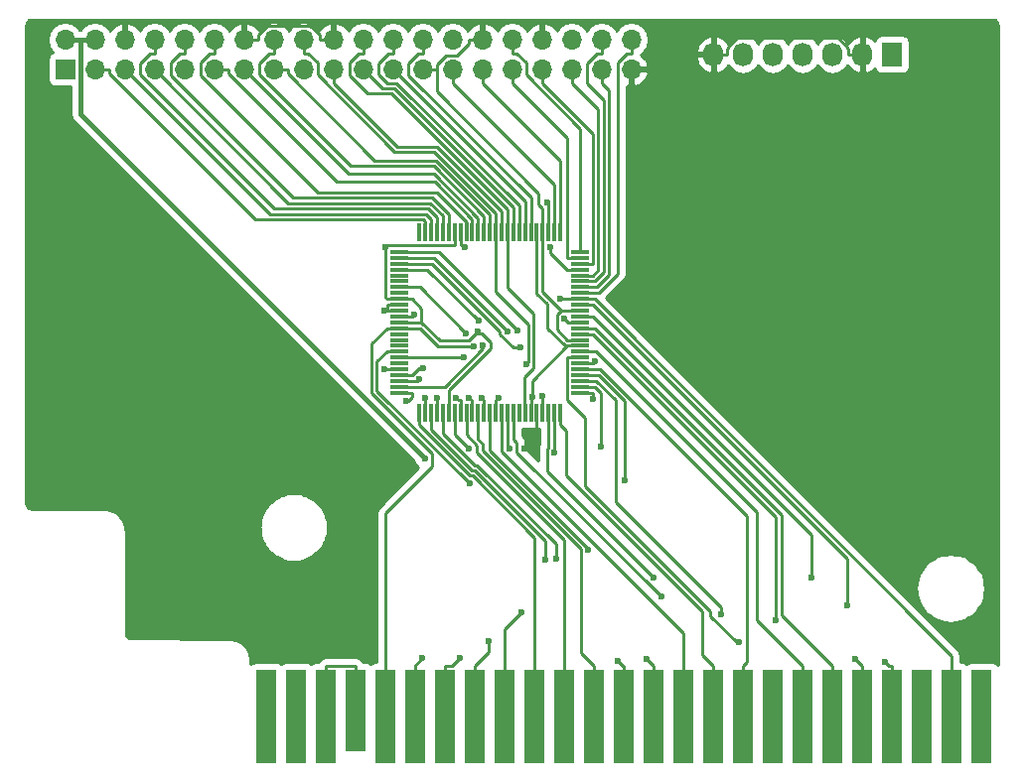
<source format=gbr>
G04 #@! TF.FileFunction,Copper,L1,Top,Mixed*
%FSLAX46Y46*%
G04 Gerber Fmt 4.6, Leading zero omitted, Abs format (unit mm)*
G04 Created by KiCad (PCBNEW 4.0.7) date 09/11/18 07:06:58*
%MOMM*%
%LPD*%
G01*
G04 APERTURE LIST*
%ADD10C,0.100000*%
%ADD11R,1.500000X0.300000*%
%ADD12R,0.300000X1.500000*%
%ADD13R,1.727200X2.032000*%
%ADD14O,1.727200X2.032000*%
%ADD15R,1.800000X8.000000*%
%ADD16R,1.800000X7.000000*%
%ADD17R,1.700000X1.700000*%
%ADD18O,1.700000X1.700000*%
%ADD19C,0.600000*%
%ADD20C,0.250000*%
%ADD21C,0.400000*%
%ADD22C,0.254000*%
G04 APERTURE END LIST*
D10*
D11*
X138350000Y-70200000D03*
X138350000Y-70700000D03*
X138350000Y-71200000D03*
X138350000Y-71700000D03*
X138350000Y-72200000D03*
X138350000Y-72700000D03*
X138350000Y-73200000D03*
X138350000Y-73700000D03*
X138350000Y-74200000D03*
X138350000Y-74700000D03*
X138350000Y-75200000D03*
X138350000Y-75700000D03*
X138350000Y-76200000D03*
X138350000Y-76700000D03*
X138350000Y-77200000D03*
X138350000Y-77700000D03*
X138350000Y-78200000D03*
X138350000Y-78700000D03*
X138350000Y-79200000D03*
X138350000Y-79700000D03*
X138350000Y-80200000D03*
X138350000Y-80700000D03*
X138350000Y-81200000D03*
X138350000Y-81700000D03*
X138350000Y-82200000D03*
D12*
X140050000Y-83900000D03*
X140550000Y-83900000D03*
X141050000Y-83900000D03*
X141550000Y-83900000D03*
X142050000Y-83900000D03*
X142550000Y-83900000D03*
X143050000Y-83900000D03*
X143550000Y-83900000D03*
X144050000Y-83900000D03*
X144550000Y-83900000D03*
X145050000Y-83900000D03*
X145550000Y-83900000D03*
X146050000Y-83900000D03*
X146550000Y-83900000D03*
X147050000Y-83900000D03*
X147550000Y-83900000D03*
X148050000Y-83900000D03*
X148550000Y-83900000D03*
X149050000Y-83900000D03*
X149550000Y-83900000D03*
X150050000Y-83900000D03*
X150550000Y-83900000D03*
X151050000Y-83900000D03*
X151550000Y-83900000D03*
X152050000Y-83900000D03*
D11*
X153750000Y-82200000D03*
X153750000Y-81700000D03*
X153750000Y-81200000D03*
X153750000Y-80700000D03*
X153750000Y-80200000D03*
X153750000Y-79700000D03*
X153750000Y-79200000D03*
X153750000Y-78700000D03*
X153750000Y-78200000D03*
X153750000Y-77700000D03*
X153750000Y-77200000D03*
X153750000Y-76700000D03*
X153750000Y-76200000D03*
X153750000Y-75700000D03*
X153750000Y-75200000D03*
X153750000Y-74700000D03*
X153750000Y-74200000D03*
X153750000Y-73700000D03*
X153750000Y-73200000D03*
X153750000Y-72700000D03*
X153750000Y-72200000D03*
X153750000Y-71700000D03*
X153750000Y-71200000D03*
X153750000Y-70700000D03*
X153750000Y-70200000D03*
D12*
X152050000Y-68500000D03*
X151550000Y-68500000D03*
X151050000Y-68500000D03*
X150550000Y-68500000D03*
X150050000Y-68500000D03*
X149550000Y-68500000D03*
X149050000Y-68500000D03*
X148550000Y-68500000D03*
X148050000Y-68500000D03*
X147550000Y-68500000D03*
X147050000Y-68500000D03*
X146550000Y-68500000D03*
X146050000Y-68500000D03*
X145550000Y-68500000D03*
X145050000Y-68500000D03*
X144550000Y-68500000D03*
X144050000Y-68500000D03*
X143550000Y-68500000D03*
X143050000Y-68500000D03*
X142550000Y-68500000D03*
X142050000Y-68500000D03*
X141550000Y-68500000D03*
X141050000Y-68500000D03*
X140550000Y-68500000D03*
X140050000Y-68500000D03*
D13*
X180340000Y-53340000D03*
D14*
X177800000Y-53340000D03*
X175260000Y-53340000D03*
X172720000Y-53340000D03*
X170180000Y-53340000D03*
X167640000Y-53340000D03*
X165100000Y-53340000D03*
D15*
X187949840Y-109827440D03*
X185409840Y-109827440D03*
X182869840Y-109827440D03*
X180329840Y-109827440D03*
X177789840Y-109827440D03*
X175249840Y-109827440D03*
X172709840Y-109827440D03*
X170169840Y-109827440D03*
X167629840Y-109827440D03*
X165089840Y-109827440D03*
X162549840Y-109827440D03*
X160009840Y-109827440D03*
X157469840Y-109827440D03*
X154929840Y-109827440D03*
X152389840Y-109827440D03*
X149849840Y-109827440D03*
X147309840Y-109827440D03*
X144769840Y-109827440D03*
X142229840Y-109827440D03*
X139689840Y-109827440D03*
X137149840Y-109827440D03*
D16*
X134604760Y-109334680D03*
D15*
X132069840Y-109827440D03*
X129529840Y-109827440D03*
X126989840Y-109827440D03*
D17*
X109855000Y-54610000D03*
D18*
X109855000Y-52070000D03*
X112395000Y-54610000D03*
X112395000Y-52070000D03*
X114935000Y-54610000D03*
X114935000Y-52070000D03*
X117475000Y-54610000D03*
X117475000Y-52070000D03*
X120015000Y-54610000D03*
X120015000Y-52070000D03*
X122555000Y-54610000D03*
X122555000Y-52070000D03*
X125095000Y-54610000D03*
X125095000Y-52070000D03*
X127635000Y-54610000D03*
X127635000Y-52070000D03*
X130175000Y-54610000D03*
X130175000Y-52070000D03*
X132715000Y-54610000D03*
X132715000Y-52070000D03*
X135255000Y-54610000D03*
X135255000Y-52070000D03*
X137795000Y-54610000D03*
X137795000Y-52070000D03*
X140335000Y-54610000D03*
X140335000Y-52070000D03*
X142875000Y-54610000D03*
X142875000Y-52070000D03*
X145415000Y-54610000D03*
X145415000Y-52070000D03*
X147955000Y-54610000D03*
X147955000Y-52070000D03*
X150495000Y-54610000D03*
X150495000Y-52070000D03*
X153035000Y-54610000D03*
X153035000Y-52070000D03*
X155575000Y-54610000D03*
X155575000Y-52070000D03*
X158115000Y-54610000D03*
X158115000Y-52070000D03*
D19*
X137096500Y-75200000D03*
X143904500Y-69757900D03*
X144253400Y-86994700D03*
X149031000Y-86978800D03*
X140490700Y-87794200D03*
X150909200Y-65964600D03*
X148425300Y-76895100D03*
X179694900Y-105148000D03*
X147574000Y-76937700D03*
X177196100Y-104908400D03*
X148691600Y-78374300D03*
X173441500Y-97991700D03*
X170458500Y-101622600D03*
X167321600Y-103491500D03*
X165722100Y-101139800D03*
X154825300Y-82758200D03*
X160642400Y-99572000D03*
X160015000Y-97994500D03*
X159372900Y-104881600D03*
X155531000Y-86776100D03*
X157561700Y-89702700D03*
X156927300Y-105058700D03*
X151550000Y-87298500D03*
X154435700Y-95617200D03*
X151679000Y-96379100D03*
X150793200Y-96452000D03*
X148736800Y-100944700D03*
X145958300Y-103395700D03*
X143481900Y-104865400D03*
X140316400Y-104875500D03*
X155012900Y-79543700D03*
X144653800Y-78249400D03*
X152396400Y-75851800D03*
X149650800Y-82545600D03*
X145000000Y-76941800D03*
X137135700Y-69799400D03*
X152066100Y-74200000D03*
X145086000Y-76048400D03*
X176493800Y-100365700D03*
X149162700Y-79787200D03*
X150550000Y-82519100D03*
X151227700Y-69772300D03*
X137077800Y-80177300D03*
X139606400Y-75518900D03*
X140327300Y-80112800D03*
X140060400Y-81045400D03*
X145464500Y-78145700D03*
X138961300Y-82874200D03*
X140550000Y-82633100D03*
X141550100Y-82640200D03*
X143184100Y-82627200D03*
X145349300Y-82624000D03*
X147703500Y-86970400D03*
X144282300Y-82626100D03*
X146774800Y-82625900D03*
X144018800Y-77115500D03*
X144314900Y-89918600D03*
X143816100Y-79200000D03*
D20*
X138350000Y-75200000D02*
X137850000Y-75200000D01*
X138350000Y-74700000D02*
X137274700Y-74700000D01*
X137418200Y-75200000D02*
X137274700Y-75200000D01*
X137850000Y-75200000D02*
X137418200Y-75200000D01*
X137274700Y-75056500D02*
X137274700Y-74700000D01*
X137418200Y-75200000D02*
X137274700Y-75056500D01*
X141510300Y-54242600D02*
X141510300Y-54610000D01*
X142318200Y-53434700D02*
X141510300Y-54242600D01*
X143242400Y-53434700D02*
X142318200Y-53434700D01*
X144239700Y-52437400D02*
X143242400Y-53434700D01*
X144239700Y-52070000D02*
X144239700Y-52437400D01*
X145415000Y-52070000D02*
X144239700Y-52070000D01*
X140335000Y-54610000D02*
X141510300Y-54610000D01*
X126270300Y-51702600D02*
X126270300Y-52070000D01*
X127078200Y-50894700D02*
X126270300Y-51702600D01*
X130731700Y-50894700D02*
X127078200Y-50894700D01*
X131539700Y-51702700D02*
X130731700Y-50894700D01*
X131539700Y-52070000D02*
X131539700Y-51702700D01*
X132715000Y-52070000D02*
X131539700Y-52070000D01*
X125095000Y-52070000D02*
X126270300Y-52070000D01*
X137274700Y-75200000D02*
X137096500Y-75200000D01*
X143550000Y-68500000D02*
X143550000Y-69575300D01*
X143721900Y-69575300D02*
X143550000Y-69575300D01*
X143904500Y-69757900D02*
X143721900Y-69575300D01*
X153750000Y-75200000D02*
X152674700Y-75200000D01*
X152139600Y-75200000D02*
X152674700Y-75200000D01*
X153750000Y-77700000D02*
X152674700Y-77700000D01*
X176611100Y-52819900D02*
X176611100Y-53340000D01*
X175744400Y-51953200D02*
X176611100Y-52819900D01*
X167155600Y-51953200D02*
X175744400Y-51953200D01*
X166288900Y-52819900D02*
X167155600Y-51953200D01*
X166288900Y-53340000D02*
X166288900Y-52819900D01*
X165100000Y-53340000D02*
X166288900Y-53340000D01*
X177800000Y-53340000D02*
X176611100Y-53340000D01*
X150550000Y-66489700D02*
X150550000Y-68500000D01*
X150199400Y-66139100D02*
X150550000Y-66489700D01*
X150199400Y-65170500D02*
X150199400Y-66139100D01*
X141510300Y-56481400D02*
X150199400Y-65170500D01*
X141510300Y-54610000D02*
X141510300Y-56481400D01*
X150550000Y-73610400D02*
X152139600Y-75200000D01*
X150550000Y-68500000D02*
X150550000Y-73610400D01*
X143050000Y-85791300D02*
X144253400Y-86994700D01*
X143050000Y-83900000D02*
X143050000Y-85791300D01*
X151771100Y-76796400D02*
X152674700Y-77700000D01*
X151771100Y-75568500D02*
X151771100Y-76796400D01*
X152139600Y-75200000D02*
X151771100Y-75568500D01*
X150050000Y-85959800D02*
X150050000Y-83900000D01*
X149031000Y-86978800D02*
X150050000Y-85959800D01*
D21*
X112395000Y-52070000D02*
X111125000Y-52070000D01*
X111125000Y-52070000D02*
X109855000Y-52070000D01*
X111125000Y-58428500D02*
X140490700Y-87794200D01*
X111125000Y-52070000D02*
X111125000Y-58428500D01*
D20*
X140596500Y-66971200D02*
X141050000Y-67424700D01*
X127296200Y-66971200D02*
X140596500Y-66971200D01*
X114935000Y-54610000D02*
X127296200Y-66971200D01*
X141050000Y-68500000D02*
X141050000Y-67424700D01*
X142050000Y-67098600D02*
X142050000Y-68500000D01*
X140969200Y-66017800D02*
X142050000Y-67098600D01*
X128882800Y-66017800D02*
X140969200Y-66017800D01*
X117475000Y-54610000D02*
X128882800Y-66017800D01*
X152674700Y-60505000D02*
X152674700Y-70700000D01*
X147955000Y-55785300D02*
X152674700Y-60505000D01*
X147955000Y-54610000D02*
X147955000Y-55785300D01*
X153750000Y-70700000D02*
X152674700Y-70700000D01*
X140335000Y-52070000D02*
X140335000Y-53245300D01*
X139967700Y-53245300D02*
X140335000Y-53245300D01*
X139130700Y-54082300D02*
X139967700Y-53245300D01*
X139130700Y-55095200D02*
X139130700Y-54082300D01*
X149550000Y-65514500D02*
X139130700Y-55095200D01*
X149550000Y-68500000D02*
X149550000Y-65514500D01*
X151550000Y-64460300D02*
X151550000Y-68500000D01*
X142875000Y-55785300D02*
X151550000Y-64460300D01*
X142875000Y-54610000D02*
X142875000Y-55785300D01*
X151050000Y-66105400D02*
X151050000Y-68500000D01*
X150909200Y-65964600D02*
X151050000Y-66105400D01*
X140550000Y-67577900D02*
X140550000Y-68500000D01*
X140393700Y-67421600D02*
X140550000Y-67577900D01*
X126014600Y-67421600D02*
X140393700Y-67421600D01*
X113570300Y-54977300D02*
X126014600Y-67421600D01*
X113570300Y-54610000D02*
X113570300Y-54977300D01*
X112395000Y-54610000D02*
X113570300Y-54610000D01*
X145415000Y-54610000D02*
X145415000Y-55785300D01*
X152050000Y-68500000D02*
X152050000Y-67424700D01*
X152050000Y-62420300D02*
X145415000Y-55785300D01*
X152050000Y-67424700D02*
X152050000Y-62420300D01*
X141730200Y-70200000D02*
X148425300Y-76895100D01*
X138350000Y-70200000D02*
X141730200Y-70200000D01*
X141336300Y-70700000D02*
X138350000Y-70700000D01*
X147574000Y-76937700D02*
X141336300Y-70700000D01*
X180049000Y-105502100D02*
X179694900Y-105148000D01*
X180329800Y-105502100D02*
X180049000Y-105502100D01*
X180329800Y-109827400D02*
X180329800Y-105502100D01*
X177789800Y-109827400D02*
X177789800Y-105502100D01*
X177789800Y-105502100D02*
X177196100Y-104908400D01*
X148067700Y-78374300D02*
X148691600Y-78374300D01*
X146896800Y-77203400D02*
X148067700Y-78374300D01*
X146896800Y-76974800D02*
X146896800Y-77203400D01*
X141122000Y-71200000D02*
X146896800Y-76974800D01*
X138350000Y-71200000D02*
X141122000Y-71200000D01*
X153750000Y-75700000D02*
X154825300Y-75700000D01*
X173441500Y-94316200D02*
X173441500Y-97991700D01*
X154825300Y-75700000D02*
X173441500Y-94316200D01*
X175249800Y-109827400D02*
X175249800Y-105502100D01*
X154997200Y-76700000D02*
X153750000Y-76700000D01*
X170908900Y-92611700D02*
X154997200Y-76700000D01*
X170908900Y-101161200D02*
X170908900Y-92611700D01*
X175249800Y-105502100D02*
X170908900Y-101161200D01*
X153750000Y-77200000D02*
X154825300Y-77200000D01*
X170458500Y-92833200D02*
X170458500Y-101622600D01*
X154825300Y-77200000D02*
X170458500Y-92833200D01*
X155082600Y-78700000D02*
X153750000Y-78700000D01*
X168783200Y-92400600D02*
X155082600Y-78700000D01*
X168783200Y-101575500D02*
X168783200Y-92400600D01*
X172709800Y-105502100D02*
X168783200Y-101575500D01*
X172709800Y-109827400D02*
X172709800Y-105502100D01*
X152674700Y-82824700D02*
X152674700Y-79200000D01*
X154199900Y-84349900D02*
X152674700Y-82824700D01*
X154199900Y-90161400D02*
X154199900Y-84349900D01*
X164864600Y-100826100D02*
X154199900Y-90161400D01*
X164864600Y-101237900D02*
X164864600Y-100826100D01*
X167118200Y-103491500D02*
X164864600Y-101237900D01*
X167321600Y-103491500D02*
X167118200Y-103491500D01*
X153750000Y-79200000D02*
X152674700Y-79200000D01*
X155112800Y-81200000D02*
X153750000Y-81200000D01*
X156746500Y-82833700D02*
X155112800Y-81200000D01*
X156746500Y-91527300D02*
X156746500Y-82833700D01*
X165722100Y-100502900D02*
X156746500Y-91527300D01*
X165722100Y-101139800D02*
X165722100Y-100502900D01*
X167629800Y-109827400D02*
X167629800Y-105502100D01*
X153750000Y-80200000D02*
X154825300Y-80200000D01*
X155455700Y-80200000D02*
X154825300Y-80200000D01*
X167946900Y-92691200D02*
X155455700Y-80200000D01*
X167946900Y-105185000D02*
X167946900Y-92691200D01*
X167629800Y-105502100D02*
X167946900Y-105185000D01*
X153750000Y-82200000D02*
X154825300Y-82200000D01*
X154825300Y-82200000D02*
X154825300Y-82758200D01*
X152050000Y-83900000D02*
X152050000Y-84975300D01*
X165089800Y-109827400D02*
X165089800Y-105502100D01*
X164189200Y-104601500D02*
X165089800Y-105502100D01*
X164189200Y-100880800D02*
X164189200Y-104601500D01*
X152525300Y-89216900D02*
X164189200Y-100880800D01*
X152525300Y-85450600D02*
X152525300Y-89216900D01*
X152050000Y-84975300D02*
X152525300Y-85450600D01*
X148050000Y-86165900D02*
X148050000Y-83900000D01*
X148356900Y-86472800D02*
X148050000Y-86165900D01*
X148356900Y-87286500D02*
X148356900Y-86472800D01*
X160642400Y-99572000D02*
X148356900Y-87286500D01*
X147050000Y-87212000D02*
X147050000Y-83900000D01*
X162549800Y-102711800D02*
X147050000Y-87212000D01*
X162549800Y-109827400D02*
X162549800Y-102711800D01*
X151050000Y-86914200D02*
X151050000Y-83900000D01*
X150924700Y-87039500D02*
X151050000Y-86914200D01*
X150924700Y-88904200D02*
X150924700Y-87039500D01*
X160015000Y-97994500D02*
X150924700Y-88904200D01*
X159993400Y-105502100D02*
X159372900Y-104881600D01*
X160009800Y-105502100D02*
X159993400Y-105502100D01*
X160009800Y-109827400D02*
X160009800Y-105502100D01*
X155530900Y-86776100D02*
X155531000Y-86776100D01*
X155530900Y-82255000D02*
X155530900Y-86776100D01*
X154975900Y-81700000D02*
X155530900Y-82255000D01*
X153750000Y-81700000D02*
X154975900Y-81700000D01*
X155318800Y-80700000D02*
X153750000Y-80700000D01*
X157561700Y-82942900D02*
X155318800Y-80700000D01*
X157561700Y-89702700D02*
X157561700Y-82942900D01*
X151550000Y-87298500D02*
X151550000Y-83900000D01*
X157370700Y-105502100D02*
X156927300Y-105058700D01*
X157469800Y-105502100D02*
X157370700Y-105502100D01*
X157469800Y-109827400D02*
X157469800Y-105502100D01*
X146050000Y-87132600D02*
X146050000Y-83900000D01*
X154435700Y-95518300D02*
X146050000Y-87132600D01*
X154435700Y-95617200D02*
X154435700Y-95518300D01*
X154929800Y-109827400D02*
X154929800Y-105502100D01*
X153810400Y-104382700D02*
X154929800Y-105502100D01*
X153810400Y-95529900D02*
X153810400Y-104382700D01*
X145414600Y-87134100D02*
X153810400Y-95529900D01*
X145414600Y-86549000D02*
X145414600Y-87134100D01*
X145050000Y-86184400D02*
X145414600Y-86549000D01*
X145050000Y-83900000D02*
X145050000Y-86184400D01*
X142050000Y-85704200D02*
X142050000Y-83900000D01*
X144738500Y-88392700D02*
X142050000Y-85704200D01*
X144947200Y-88392700D02*
X144738500Y-88392700D01*
X151679000Y-95124500D02*
X144947200Y-88392700D01*
X151679000Y-96379100D02*
X151679000Y-95124500D01*
X152389800Y-109827400D02*
X152389800Y-105502100D01*
X152389800Y-94746200D02*
X152389800Y-105502100D01*
X144964300Y-87320700D02*
X152389800Y-94746200D01*
X144964300Y-86735600D02*
X144964300Y-87320700D01*
X144050000Y-85821300D02*
X144964300Y-86735600D01*
X144050000Y-83900000D02*
X144050000Y-85821300D01*
X141050000Y-85341100D02*
X141050000Y-83900000D01*
X144551900Y-88843000D02*
X141050000Y-85341100D01*
X144760600Y-88843000D02*
X144551900Y-88843000D01*
X150793100Y-94875500D02*
X144760600Y-88843000D01*
X150793100Y-96452000D02*
X150793100Y-94875500D01*
X150793200Y-96452000D02*
X150793100Y-96452000D01*
X140050000Y-83900000D02*
X140050000Y-84975300D01*
X149849800Y-109827400D02*
X149849800Y-105502100D01*
X140050000Y-84978100D02*
X140050000Y-84975300D01*
X144365200Y-89293300D02*
X140050000Y-84978100D01*
X144574000Y-89293300D02*
X144365200Y-89293300D01*
X149849800Y-94569100D02*
X144574000Y-89293300D01*
X149849800Y-105502100D02*
X149849800Y-94569100D01*
X147309800Y-102371700D02*
X147309800Y-109827400D01*
X148736800Y-100944700D02*
X147309800Y-102371700D01*
X144769800Y-109827400D02*
X144769800Y-105502100D01*
X145958300Y-104313600D02*
X144769800Y-105502100D01*
X145958300Y-103395700D02*
X145958300Y-104313600D01*
X142229800Y-109827400D02*
X142229800Y-105502100D01*
X142845200Y-105502100D02*
X142229800Y-105502100D01*
X143481900Y-104865400D02*
X142845200Y-105502100D01*
X139689800Y-109827400D02*
X139689800Y-105502100D01*
X140316400Y-104875500D02*
X139689800Y-105502100D01*
X154856600Y-79700000D02*
X155012900Y-79543700D01*
X153750000Y-79700000D02*
X154856600Y-79700000D01*
X138350000Y-76700000D02*
X137274700Y-76700000D01*
X141624100Y-78249400D02*
X144653800Y-78249400D01*
X140074700Y-76700000D02*
X141624100Y-78249400D01*
X138350000Y-76700000D02*
X140074700Y-76700000D01*
X135963400Y-78011300D02*
X137274700Y-76700000D01*
X135963400Y-82212000D02*
X135963400Y-78011300D01*
X141135700Y-87384300D02*
X135963400Y-82212000D01*
X141135700Y-88515100D02*
X141135700Y-87384300D01*
X137149800Y-92501000D02*
X141135700Y-88515100D01*
X137149800Y-109827400D02*
X137149800Y-92501000D01*
X143050000Y-68500000D02*
X143050000Y-69575300D01*
X153750000Y-76200000D02*
X152787300Y-76200000D01*
X149550000Y-83900000D02*
X149550000Y-82824700D01*
X145000000Y-77144900D02*
X145000000Y-76941800D01*
X137407700Y-69575300D02*
X143050000Y-69575300D01*
X137183500Y-69799500D02*
X137407700Y-69575300D01*
X137183500Y-74108800D02*
X137274700Y-74200000D01*
X137183500Y-69799500D02*
X137183500Y-74108800D01*
X138350000Y-74200000D02*
X137274700Y-74200000D01*
X137183400Y-69799400D02*
X137135700Y-69799400D01*
X137183500Y-69799500D02*
X137183400Y-69799400D01*
X138350000Y-74200000D02*
X139425300Y-74200000D01*
X140232800Y-75007500D02*
X139425300Y-74200000D01*
X140232800Y-76200000D02*
X140232800Y-75007500D01*
X138350000Y-76200000D02*
X140232800Y-76200000D01*
X144873800Y-77144900D02*
X145000000Y-77144900D01*
X144277900Y-77740800D02*
X144873800Y-77144900D01*
X141773600Y-77740800D02*
X144277900Y-77740800D01*
X140232800Y-76200000D02*
X141773600Y-77740800D01*
X152744600Y-76200000D02*
X152396400Y-75851800D01*
X152787300Y-76200000D02*
X152744600Y-76200000D01*
X145380900Y-77144900D02*
X145000000Y-77144900D01*
X146104700Y-77868700D02*
X145380900Y-77144900D01*
X146104700Y-78447900D02*
X146104700Y-77868700D01*
X142550000Y-82002600D02*
X146104700Y-78447900D01*
X142550000Y-83900000D02*
X142550000Y-82002600D01*
X153750000Y-78200000D02*
X152674700Y-78200000D01*
X149550000Y-82646400D02*
X149650800Y-82545600D01*
X149550000Y-82824700D02*
X149550000Y-82646400D01*
X149650800Y-81223900D02*
X152674700Y-78200000D01*
X149650800Y-82545600D02*
X149650800Y-81223900D01*
X152455000Y-78200000D02*
X152674700Y-78200000D01*
X150938900Y-76683900D02*
X152455000Y-78200000D01*
X150938900Y-74636200D02*
X150938900Y-76683900D01*
X150050000Y-73747300D02*
X150938900Y-74636200D01*
X150050000Y-68500000D02*
X150050000Y-73747300D01*
X137795000Y-52070000D02*
X137795000Y-53245300D01*
X137427700Y-53245300D02*
X137795000Y-53245300D01*
X136579700Y-54093300D02*
X137427700Y-53245300D01*
X136579700Y-55076200D02*
X136579700Y-54093300D01*
X137288900Y-55785400D02*
X136579700Y-55076200D01*
X138072300Y-55785400D02*
X137288900Y-55785400D01*
X148550000Y-66263100D02*
X138072300Y-55785400D01*
X148550000Y-68500000D02*
X148550000Y-66263100D01*
X147050000Y-68500000D02*
X147050000Y-67424700D01*
X132715000Y-54610000D02*
X132715000Y-55785300D01*
X138126100Y-61196400D02*
X132715000Y-55785300D01*
X141534300Y-61196400D02*
X138126100Y-61196400D01*
X147050000Y-66712100D02*
X141534300Y-61196400D01*
X147050000Y-67424700D02*
X147050000Y-66712100D01*
X149050000Y-65865000D02*
X137795000Y-54610000D01*
X149050000Y-68500000D02*
X149050000Y-65865000D01*
X120015000Y-52070000D02*
X120015000Y-53245300D01*
X142550000Y-68500000D02*
X142550000Y-67424700D01*
X142550000Y-66961700D02*
X142550000Y-67424700D01*
X141155800Y-65567500D02*
X142550000Y-66961700D01*
X129243100Y-65567500D02*
X141155800Y-65567500D01*
X118826300Y-55150700D02*
X129243100Y-65567500D01*
X118826300Y-54066700D02*
X118826300Y-55150700D01*
X119647700Y-53245300D02*
X118826300Y-54066700D01*
X120015000Y-53245300D02*
X119647700Y-53245300D01*
X153750000Y-59677200D02*
X153750000Y-70200000D01*
X149130300Y-55057500D02*
X153750000Y-59677200D01*
X149130300Y-54053200D02*
X149130300Y-55057500D01*
X148322400Y-53245300D02*
X149130300Y-54053200D01*
X147955000Y-53245300D02*
X148322400Y-53245300D01*
X147955000Y-52070000D02*
X147955000Y-53245300D01*
X136880800Y-56235800D02*
X135255000Y-54610000D01*
X137875700Y-56235800D02*
X136880800Y-56235800D01*
X148050000Y-66410100D02*
X137875700Y-56235800D01*
X148050000Y-68500000D02*
X148050000Y-66410100D01*
X150495000Y-54610000D02*
X150495000Y-55785300D01*
X153750000Y-71200000D02*
X154825300Y-71200000D01*
X154825300Y-60115600D02*
X154825300Y-71200000D01*
X150495000Y-55785300D02*
X154825300Y-60115600D01*
X117475000Y-52070000D02*
X117475000Y-53245300D01*
X141550000Y-68500000D02*
X141550000Y-67424700D01*
X141550000Y-67246200D02*
X141550000Y-67424700D01*
X140771900Y-66468100D02*
X141550000Y-67246200D01*
X127654900Y-66468100D02*
X140771900Y-66468100D01*
X116259700Y-55072900D02*
X127654900Y-66468100D01*
X116259700Y-54093300D02*
X116259700Y-55072900D01*
X117107700Y-53245300D02*
X116259700Y-54093300D01*
X117475000Y-53245300D02*
X117107700Y-53245300D01*
X153750000Y-74200000D02*
X152066100Y-74200000D01*
X140737600Y-71700000D02*
X145086000Y-76048400D01*
X138350000Y-71700000D02*
X140737600Y-71700000D01*
X154975200Y-74200000D02*
X153750000Y-74200000D01*
X185409800Y-104634600D02*
X154975200Y-74200000D01*
X185409800Y-109827400D02*
X185409800Y-104634600D01*
X134597500Y-105502100D02*
X134604800Y-105509400D01*
X132069800Y-105502100D02*
X134597500Y-105502100D01*
X132069800Y-109827400D02*
X132069800Y-105502100D01*
X134604800Y-109334700D02*
X134604800Y-105509400D01*
X153750000Y-74700000D02*
X154825300Y-74700000D01*
X176493800Y-96368500D02*
X154825300Y-74700000D01*
X176493800Y-100365700D02*
X176493800Y-96368500D01*
X122555000Y-54610000D02*
X123730300Y-54610000D01*
X144550000Y-68500000D02*
X144550000Y-67424700D01*
X141341900Y-64216600D02*
X144550000Y-67424700D01*
X132969600Y-64216600D02*
X141341900Y-64216600D01*
X123730300Y-54977300D02*
X132969600Y-64216600D01*
X123730300Y-54610000D02*
X123730300Y-54977300D01*
X122555000Y-52070000D02*
X122555000Y-53245300D01*
X144050000Y-67637700D02*
X144050000Y-68500000D01*
X141529500Y-65117200D02*
X144050000Y-67637700D01*
X131365200Y-65117200D02*
X141529500Y-65117200D01*
X121378500Y-55130500D02*
X131365200Y-65117200D01*
X121378500Y-54054500D02*
X121378500Y-55130500D01*
X122187700Y-53245300D02*
X121378500Y-54054500D01*
X122555000Y-53245300D02*
X122187700Y-53245300D01*
X145050000Y-67287800D02*
X145050000Y-68500000D01*
X141304800Y-63542600D02*
X145050000Y-67287800D01*
X134027600Y-63542600D02*
X141304800Y-63542600D01*
X125095000Y-54610000D02*
X134027600Y-63542600D01*
X127635000Y-54610000D02*
X128810300Y-54610000D01*
X128810300Y-54977300D02*
X128810300Y-54610000D01*
X136248400Y-62415400D02*
X128810300Y-54977300D01*
X141454300Y-62415400D02*
X136248400Y-62415400D01*
X146050000Y-67011100D02*
X141454300Y-62415400D01*
X146050000Y-68500000D02*
X146050000Y-67011100D01*
X127635000Y-52070000D02*
X127635000Y-53245300D01*
X127267700Y-53245300D02*
X127635000Y-53245300D01*
X126419700Y-54093300D02*
X127267700Y-53245300D01*
X126419700Y-55082900D02*
X126419700Y-54093300D01*
X134202500Y-62865700D02*
X126419700Y-55082900D01*
X141266300Y-62865700D02*
X134202500Y-62865700D01*
X145550000Y-67149400D02*
X141266300Y-62865700D01*
X145550000Y-68500000D02*
X145550000Y-67149400D01*
X130175000Y-52070000D02*
X130175000Y-53245300D01*
X149316900Y-79633000D02*
X149162700Y-79787200D01*
X149316900Y-76353000D02*
X149316900Y-79633000D01*
X146550000Y-73586100D02*
X149316900Y-76353000D01*
X146550000Y-68500000D02*
X146550000Y-73586100D01*
X130542400Y-53245300D02*
X130175000Y-53245300D01*
X131350300Y-54053200D02*
X130542400Y-53245300D01*
X131350300Y-55070700D02*
X131350300Y-54053200D01*
X137926300Y-61646700D02*
X131350300Y-55070700D01*
X141323000Y-61646700D02*
X137926300Y-61646700D01*
X146550000Y-66873700D02*
X141323000Y-61646700D01*
X146550000Y-68500000D02*
X146550000Y-66873700D01*
X150550000Y-83900000D02*
X150550000Y-82519100D01*
X135255000Y-52070000D02*
X135255000Y-53245300D01*
X149025400Y-83875400D02*
X149050000Y-83900000D01*
X149025400Y-80856900D02*
X149025400Y-83875400D01*
X149788100Y-80094200D02*
X149025400Y-80856900D01*
X149788100Y-75473200D02*
X149788100Y-80094200D01*
X147550000Y-73235100D02*
X149788100Y-75473200D01*
X147550000Y-68500000D02*
X147550000Y-73235100D01*
X134887600Y-53245300D02*
X135255000Y-53245300D01*
X134079700Y-54053200D02*
X134887600Y-53245300D01*
X134079700Y-55142400D02*
X134079700Y-54053200D01*
X135623500Y-56686200D02*
X134079700Y-55142400D01*
X137675100Y-56686200D02*
X135623500Y-56686200D01*
X147550000Y-66561100D02*
X137675100Y-56686200D01*
X147550000Y-68500000D02*
X147550000Y-66561100D01*
X155293500Y-71731800D02*
X154825300Y-72200000D01*
X155293500Y-58043800D02*
X155293500Y-71731800D01*
X153035000Y-55785300D02*
X155293500Y-58043800D01*
X153035000Y-54610000D02*
X153035000Y-55785300D01*
X153750000Y-72200000D02*
X154825300Y-72200000D01*
X153750000Y-71700000D02*
X152674700Y-71700000D01*
X151227700Y-70253000D02*
X151227700Y-69772300D01*
X152674700Y-71700000D02*
X151227700Y-70253000D01*
X155575000Y-54610000D02*
X155575000Y-55785300D01*
X156213900Y-56424200D02*
X155575000Y-55785300D01*
X156213900Y-72163600D02*
X156213900Y-56424200D01*
X155177500Y-73200000D02*
X156213900Y-72163600D01*
X153750000Y-73200000D02*
X155177500Y-73200000D01*
X138350000Y-80200000D02*
X137274700Y-80200000D01*
X137100500Y-80200000D02*
X137077800Y-80177300D01*
X137274700Y-80200000D02*
X137100500Y-80200000D01*
X154968600Y-72700000D02*
X153750000Y-72700000D01*
X155763600Y-71905000D02*
X154968600Y-72700000D01*
X155763600Y-57223900D02*
X155763600Y-71905000D01*
X154373900Y-55834200D02*
X155763600Y-57223900D01*
X154373900Y-54079100D02*
X154373900Y-55834200D01*
X155207700Y-53245300D02*
X154373900Y-54079100D01*
X155575000Y-53245300D02*
X155207700Y-53245300D01*
X155575000Y-52070000D02*
X155575000Y-53245300D01*
X138350000Y-75700000D02*
X139425300Y-75700000D01*
X139606400Y-75518900D02*
X139425300Y-75700000D01*
X155320300Y-73700000D02*
X153750000Y-73700000D01*
X156939700Y-72080600D02*
X155320300Y-73700000D01*
X156939700Y-54053200D02*
X156939700Y-72080600D01*
X157747600Y-53245300D02*
X156939700Y-54053200D01*
X158115000Y-53245300D02*
X157747600Y-53245300D01*
X158115000Y-52070000D02*
X158115000Y-53245300D01*
X140012500Y-80112800D02*
X139425300Y-80700000D01*
X140327300Y-80112800D02*
X140012500Y-80112800D01*
X138350000Y-80700000D02*
X139425300Y-80700000D01*
X139905800Y-81200000D02*
X138350000Y-81200000D01*
X140060400Y-81045400D02*
X139905800Y-81200000D01*
X142215700Y-81700000D02*
X138350000Y-81700000D01*
X145464500Y-78451200D02*
X142215700Y-81700000D01*
X145464500Y-78145700D02*
X145464500Y-78451200D01*
X138350000Y-82200000D02*
X139425300Y-82200000D01*
X139107600Y-82874200D02*
X138961300Y-82874200D01*
X139425300Y-82556500D02*
X139107600Y-82874200D01*
X139425300Y-82200000D02*
X139425300Y-82556500D01*
X140550000Y-82633100D02*
X140550000Y-83900000D01*
X141550000Y-82640200D02*
X141550100Y-82640200D01*
X141550000Y-83900000D02*
X141550000Y-82640200D01*
X143381600Y-82824700D02*
X143184100Y-82627200D01*
X143550000Y-82824700D02*
X143381600Y-82824700D01*
X143550000Y-83900000D02*
X143550000Y-82824700D01*
X145550000Y-83900000D02*
X145550000Y-82824700D01*
X145550000Y-82824700D02*
X145349300Y-82624000D01*
X147550000Y-86816900D02*
X147550000Y-83900000D01*
X147703500Y-86970400D02*
X147550000Y-86816900D01*
X144480900Y-82824700D02*
X144282300Y-82626100D01*
X144550000Y-82824700D02*
X144480900Y-82824700D01*
X144550000Y-83900000D02*
X144550000Y-82824700D01*
X146550000Y-83900000D02*
X146550000Y-82824700D01*
X146576000Y-82824700D02*
X146774800Y-82625900D01*
X146550000Y-82824700D02*
X146576000Y-82824700D01*
X140103300Y-73200000D02*
X144018800Y-77115500D01*
X138350000Y-73200000D02*
X140103300Y-73200000D01*
X138350000Y-78700000D02*
X137274700Y-78700000D01*
X136413700Y-79561000D02*
X137274700Y-78700000D01*
X136413700Y-82017400D02*
X136413700Y-79561000D01*
X144314900Y-89918600D02*
X136413700Y-82017400D01*
X138350000Y-79200000D02*
X143816100Y-79200000D01*
D22*
G36*
X189098277Y-50412811D02*
X189234241Y-50503658D01*
X189325089Y-50639622D01*
X189370900Y-50869931D01*
X189370900Y-105464533D01*
X189313930Y-105375999D01*
X189101730Y-105231009D01*
X188849840Y-105180000D01*
X187049840Y-105180000D01*
X186814523Y-105224278D01*
X186679263Y-105311316D01*
X186561730Y-105231009D01*
X186309840Y-105180000D01*
X186169800Y-105180000D01*
X186169800Y-104634600D01*
X186111948Y-104343761D01*
X185947201Y-104097199D01*
X180744902Y-98894900D01*
X182375734Y-98894900D01*
X182448323Y-99259830D01*
X182448141Y-99468784D01*
X182528639Y-99663605D01*
X182601665Y-100030730D01*
X182807807Y-100339244D01*
X182886430Y-100529526D01*
X183033167Y-100676519D01*
X183245060Y-100993640D01*
X183559411Y-101203683D01*
X183697285Y-101341797D01*
X183879108Y-101417297D01*
X184207970Y-101637035D01*
X184592497Y-101713522D01*
X184757260Y-101781938D01*
X184937235Y-101782095D01*
X185343800Y-101862966D01*
X185746816Y-101782801D01*
X185904984Y-101782939D01*
X186052454Y-101722006D01*
X186479630Y-101637035D01*
X186838608Y-101397174D01*
X186965726Y-101344650D01*
X187063925Y-101246622D01*
X187442540Y-100993640D01*
X187693313Y-100618332D01*
X187777997Y-100533795D01*
X187824289Y-100422311D01*
X188085935Y-100030730D01*
X188177010Y-99572868D01*
X188218138Y-99473820D01*
X188218232Y-99365627D01*
X188311866Y-98894900D01*
X188219050Y-98428283D01*
X188219139Y-98326096D01*
X188179772Y-98230821D01*
X188085935Y-97759070D01*
X187821045Y-97362634D01*
X187780850Y-97265354D01*
X187705832Y-97190205D01*
X187442540Y-96796160D01*
X187051936Y-96535167D01*
X186969995Y-96453083D01*
X186861934Y-96408212D01*
X186479630Y-96152765D01*
X186032615Y-96063848D01*
X185910020Y-96012942D01*
X185776106Y-96012825D01*
X185343800Y-95926834D01*
X184915268Y-96012074D01*
X184762296Y-96011941D01*
X184619671Y-96070873D01*
X184207970Y-96152765D01*
X183861997Y-96383936D01*
X183701554Y-96450230D01*
X183577611Y-96573957D01*
X183245060Y-96796160D01*
X183024797Y-97125807D01*
X182889283Y-97261085D01*
X182815205Y-97439485D01*
X182601665Y-97759070D01*
X182527335Y-98132750D01*
X182449142Y-98321060D01*
X182448963Y-98526756D01*
X182375734Y-98894900D01*
X180744902Y-98894900D01*
X155972552Y-74122550D01*
X157477101Y-72618001D01*
X157641848Y-72371440D01*
X157653138Y-72314683D01*
X157699700Y-72080600D01*
X157699700Y-56027283D01*
X157758110Y-56051476D01*
X157988000Y-55930155D01*
X157988000Y-54737000D01*
X158242000Y-54737000D01*
X158242000Y-55930155D01*
X158471890Y-56051476D01*
X158881924Y-55881645D01*
X159310183Y-55491358D01*
X159556486Y-54966892D01*
X159435819Y-54737000D01*
X158242000Y-54737000D01*
X157988000Y-54737000D01*
X157968000Y-54737000D01*
X157968000Y-54483000D01*
X157988000Y-54483000D01*
X157988000Y-54463000D01*
X158242000Y-54463000D01*
X158242000Y-54483000D01*
X159435819Y-54483000D01*
X159556486Y-54253108D01*
X159310183Y-53728642D01*
X159280854Y-53701913D01*
X163614816Y-53701913D01*
X163808046Y-54254320D01*
X164197964Y-54690732D01*
X164725209Y-54944709D01*
X164740974Y-54947358D01*
X164973000Y-54826217D01*
X164973000Y-53467000D01*
X163759076Y-53467000D01*
X163614816Y-53701913D01*
X159280854Y-53701913D01*
X158881924Y-53338355D01*
X158881899Y-53338345D01*
X159165054Y-53149147D01*
X159279352Y-52978087D01*
X163614816Y-52978087D01*
X163759076Y-53213000D01*
X164973000Y-53213000D01*
X164973000Y-51853783D01*
X165227000Y-51853783D01*
X165227000Y-53213000D01*
X165247000Y-53213000D01*
X165247000Y-53467000D01*
X165227000Y-53467000D01*
X165227000Y-54826217D01*
X165459026Y-54947358D01*
X165474791Y-54944709D01*
X166002036Y-54690732D01*
X166373539Y-54274931D01*
X166580330Y-54584415D01*
X167066511Y-54909271D01*
X167640000Y-55023345D01*
X168213489Y-54909271D01*
X168699670Y-54584415D01*
X168910000Y-54269634D01*
X169120330Y-54584415D01*
X169606511Y-54909271D01*
X170180000Y-55023345D01*
X170753489Y-54909271D01*
X171239670Y-54584415D01*
X171450000Y-54269634D01*
X171660330Y-54584415D01*
X172146511Y-54909271D01*
X172720000Y-55023345D01*
X173293489Y-54909271D01*
X173779670Y-54584415D01*
X173990000Y-54269634D01*
X174200330Y-54584415D01*
X174686511Y-54909271D01*
X175260000Y-55023345D01*
X175833489Y-54909271D01*
X176319670Y-54584415D01*
X176526461Y-54274931D01*
X176897964Y-54690732D01*
X177425209Y-54944709D01*
X177440974Y-54947358D01*
X177673000Y-54826217D01*
X177673000Y-53467000D01*
X177653000Y-53467000D01*
X177653000Y-53213000D01*
X177673000Y-53213000D01*
X177673000Y-51853783D01*
X177927000Y-51853783D01*
X177927000Y-53213000D01*
X177947000Y-53213000D01*
X177947000Y-53467000D01*
X177927000Y-53467000D01*
X177927000Y-54826217D01*
X178159026Y-54947358D01*
X178174791Y-54944709D01*
X178702036Y-54690732D01*
X178858907Y-54515155D01*
X178873238Y-54591317D01*
X179012310Y-54807441D01*
X179224510Y-54952431D01*
X179476400Y-55003440D01*
X181203600Y-55003440D01*
X181438917Y-54959162D01*
X181655041Y-54820090D01*
X181800031Y-54607890D01*
X181851040Y-54356000D01*
X181851040Y-52324000D01*
X181806762Y-52088683D01*
X181667690Y-51872559D01*
X181455490Y-51727569D01*
X181203600Y-51676560D01*
X179476400Y-51676560D01*
X179241083Y-51720838D01*
X179024959Y-51859910D01*
X178879969Y-52072110D01*
X178860768Y-52166927D01*
X178702036Y-51989268D01*
X178174791Y-51735291D01*
X178159026Y-51732642D01*
X177927000Y-51853783D01*
X177673000Y-51853783D01*
X177440974Y-51732642D01*
X177425209Y-51735291D01*
X176897964Y-51989268D01*
X176526461Y-52405069D01*
X176319670Y-52095585D01*
X175833489Y-51770729D01*
X175260000Y-51656655D01*
X174686511Y-51770729D01*
X174200330Y-52095585D01*
X173990000Y-52410366D01*
X173779670Y-52095585D01*
X173293489Y-51770729D01*
X172720000Y-51656655D01*
X172146511Y-51770729D01*
X171660330Y-52095585D01*
X171450000Y-52410366D01*
X171239670Y-52095585D01*
X170753489Y-51770729D01*
X170180000Y-51656655D01*
X169606511Y-51770729D01*
X169120330Y-52095585D01*
X168910000Y-52410366D01*
X168699670Y-52095585D01*
X168213489Y-51770729D01*
X167640000Y-51656655D01*
X167066511Y-51770729D01*
X166580330Y-52095585D01*
X166373539Y-52405069D01*
X166002036Y-51989268D01*
X165474791Y-51735291D01*
X165459026Y-51732642D01*
X165227000Y-51853783D01*
X164973000Y-51853783D01*
X164740974Y-51732642D01*
X164725209Y-51735291D01*
X164197964Y-51989268D01*
X163808046Y-52425680D01*
X163614816Y-52978087D01*
X159279352Y-52978087D01*
X159486961Y-52667378D01*
X159600000Y-52099093D01*
X159600000Y-52040907D01*
X159486961Y-51472622D01*
X159165054Y-50990853D01*
X158683285Y-50668946D01*
X158115000Y-50555907D01*
X157546715Y-50668946D01*
X157064946Y-50990853D01*
X156845000Y-51320026D01*
X156625054Y-50990853D01*
X156143285Y-50668946D01*
X155575000Y-50555907D01*
X155006715Y-50668946D01*
X154524946Y-50990853D01*
X154305000Y-51320026D01*
X154085054Y-50990853D01*
X153603285Y-50668946D01*
X153035000Y-50555907D01*
X152466715Y-50668946D01*
X151984946Y-50990853D01*
X151757298Y-51331553D01*
X151690183Y-51188642D01*
X151261924Y-50798355D01*
X150851890Y-50628524D01*
X150622000Y-50749845D01*
X150622000Y-51943000D01*
X150642000Y-51943000D01*
X150642000Y-52197000D01*
X150622000Y-52197000D01*
X150622000Y-52217000D01*
X150368000Y-52217000D01*
X150368000Y-52197000D01*
X150348000Y-52197000D01*
X150348000Y-51943000D01*
X150368000Y-51943000D01*
X150368000Y-50749845D01*
X150138110Y-50628524D01*
X149728076Y-50798355D01*
X149299817Y-51188642D01*
X149232702Y-51331553D01*
X149005054Y-50990853D01*
X148523285Y-50668946D01*
X147955000Y-50555907D01*
X147386715Y-50668946D01*
X146904946Y-50990853D01*
X146677298Y-51331553D01*
X146610183Y-51188642D01*
X146181924Y-50798355D01*
X145771890Y-50628524D01*
X145542000Y-50749845D01*
X145542000Y-51943000D01*
X145562000Y-51943000D01*
X145562000Y-52197000D01*
X145542000Y-52197000D01*
X145542000Y-52217000D01*
X145288000Y-52217000D01*
X145288000Y-52197000D01*
X145268000Y-52197000D01*
X145268000Y-51943000D01*
X145288000Y-51943000D01*
X145288000Y-50749845D01*
X145058110Y-50628524D01*
X144648076Y-50798355D01*
X144219817Y-51188642D01*
X144152702Y-51331553D01*
X143925054Y-50990853D01*
X143443285Y-50668946D01*
X142875000Y-50555907D01*
X142306715Y-50668946D01*
X141824946Y-50990853D01*
X141605000Y-51320026D01*
X141385054Y-50990853D01*
X140903285Y-50668946D01*
X140335000Y-50555907D01*
X139766715Y-50668946D01*
X139284946Y-50990853D01*
X139065000Y-51320026D01*
X138845054Y-50990853D01*
X138363285Y-50668946D01*
X137795000Y-50555907D01*
X137226715Y-50668946D01*
X136744946Y-50990853D01*
X136525000Y-51320026D01*
X136305054Y-50990853D01*
X135823285Y-50668946D01*
X135255000Y-50555907D01*
X134686715Y-50668946D01*
X134204946Y-50990853D01*
X133977298Y-51331553D01*
X133910183Y-51188642D01*
X133481924Y-50798355D01*
X133071890Y-50628524D01*
X132842000Y-50749845D01*
X132842000Y-51943000D01*
X132862000Y-51943000D01*
X132862000Y-52197000D01*
X132842000Y-52197000D01*
X132842000Y-52217000D01*
X132588000Y-52217000D01*
X132588000Y-52197000D01*
X132568000Y-52197000D01*
X132568000Y-51943000D01*
X132588000Y-51943000D01*
X132588000Y-50749845D01*
X132358110Y-50628524D01*
X131948076Y-50798355D01*
X131519817Y-51188642D01*
X131452702Y-51331553D01*
X131225054Y-50990853D01*
X130743285Y-50668946D01*
X130175000Y-50555907D01*
X129606715Y-50668946D01*
X129124946Y-50990853D01*
X128905000Y-51320026D01*
X128685054Y-50990853D01*
X128203285Y-50668946D01*
X127635000Y-50555907D01*
X127066715Y-50668946D01*
X126584946Y-50990853D01*
X126357298Y-51331553D01*
X126290183Y-51188642D01*
X125861924Y-50798355D01*
X125451890Y-50628524D01*
X125222000Y-50749845D01*
X125222000Y-51943000D01*
X125242000Y-51943000D01*
X125242000Y-52197000D01*
X125222000Y-52197000D01*
X125222000Y-52217000D01*
X124968000Y-52217000D01*
X124968000Y-52197000D01*
X124948000Y-52197000D01*
X124948000Y-51943000D01*
X124968000Y-51943000D01*
X124968000Y-50749845D01*
X124738110Y-50628524D01*
X124328076Y-50798355D01*
X123899817Y-51188642D01*
X123832702Y-51331553D01*
X123605054Y-50990853D01*
X123123285Y-50668946D01*
X122555000Y-50555907D01*
X121986715Y-50668946D01*
X121504946Y-50990853D01*
X121285000Y-51320026D01*
X121065054Y-50990853D01*
X120583285Y-50668946D01*
X120015000Y-50555907D01*
X119446715Y-50668946D01*
X118964946Y-50990853D01*
X118745000Y-51320026D01*
X118525054Y-50990853D01*
X118043285Y-50668946D01*
X117475000Y-50555907D01*
X116906715Y-50668946D01*
X116424946Y-50990853D01*
X116197298Y-51331553D01*
X116130183Y-51188642D01*
X115701924Y-50798355D01*
X115291890Y-50628524D01*
X115062000Y-50749845D01*
X115062000Y-51943000D01*
X115082000Y-51943000D01*
X115082000Y-52197000D01*
X115062000Y-52197000D01*
X115062000Y-52217000D01*
X114808000Y-52217000D01*
X114808000Y-52197000D01*
X114788000Y-52197000D01*
X114788000Y-51943000D01*
X114808000Y-51943000D01*
X114808000Y-50749845D01*
X114578110Y-50628524D01*
X114168076Y-50798355D01*
X113739817Y-51188642D01*
X113672702Y-51331553D01*
X113445054Y-50990853D01*
X112963285Y-50668946D01*
X112395000Y-50555907D01*
X111826715Y-50668946D01*
X111344946Y-50990853D01*
X111181813Y-51235000D01*
X111068187Y-51235000D01*
X110905054Y-50990853D01*
X110423285Y-50668946D01*
X109855000Y-50555907D01*
X109286715Y-50668946D01*
X108804946Y-50990853D01*
X108483039Y-51472622D01*
X108370000Y-52040907D01*
X108370000Y-52099093D01*
X108483039Y-52667378D01*
X108804946Y-53149147D01*
X108806179Y-53149971D01*
X108769683Y-53156838D01*
X108553559Y-53295910D01*
X108408569Y-53508110D01*
X108357560Y-53760000D01*
X108357560Y-55460000D01*
X108401838Y-55695317D01*
X108540910Y-55911441D01*
X108753110Y-56056431D01*
X109005000Y-56107440D01*
X110290000Y-56107440D01*
X110290000Y-58428500D01*
X110353561Y-58748041D01*
X110505245Y-58975052D01*
X110534566Y-59018934D01*
X139598165Y-88082533D01*
X139697583Y-88323143D01*
X139960373Y-88586392D01*
X139981029Y-88594969D01*
X136612399Y-91963599D01*
X136447652Y-92210161D01*
X136389800Y-92501000D01*
X136389800Y-105180000D01*
X136249840Y-105180000D01*
X136014523Y-105224278D01*
X135871190Y-105316511D01*
X135756650Y-105238249D01*
X135504760Y-105187240D01*
X135286020Y-105187240D01*
X135142201Y-104971999D01*
X135134901Y-104964699D01*
X134888339Y-104799952D01*
X134597500Y-104742100D01*
X132069800Y-104742100D01*
X131778961Y-104799952D01*
X131532399Y-104964699D01*
X131388540Y-105180000D01*
X131169840Y-105180000D01*
X130934523Y-105224278D01*
X130799263Y-105311316D01*
X130681730Y-105231009D01*
X130429840Y-105180000D01*
X128629840Y-105180000D01*
X128394523Y-105224278D01*
X128259263Y-105311316D01*
X128141730Y-105231009D01*
X127889840Y-105180000D01*
X126089840Y-105180000D01*
X125854523Y-105224278D01*
X125652600Y-105354212D01*
X125652600Y-105041700D01*
X125638957Y-104973113D01*
X125638957Y-104903185D01*
X125551951Y-104465778D01*
X125445937Y-104209838D01*
X125198167Y-103839022D01*
X125002278Y-103643134D01*
X125002277Y-103643133D01*
X124631462Y-103395362D01*
X124503492Y-103342356D01*
X124375521Y-103289348D01*
X123938115Y-103202343D01*
X123868721Y-103202343D01*
X123800679Y-103188701D01*
X115513466Y-103176106D01*
X115282622Y-103130189D01*
X115146658Y-103039341D01*
X115055811Y-102903377D01*
X115010000Y-102673073D01*
X115010000Y-93980000D01*
X114996357Y-93911413D01*
X114996357Y-93841485D01*
X114965807Y-93687900D01*
X126414082Y-93687900D01*
X126449112Y-93864009D01*
X126448761Y-94266864D01*
X126603958Y-94642470D01*
X126636561Y-94806376D01*
X126728595Y-94944114D01*
X126887050Y-95327606D01*
X127182782Y-95623855D01*
X127270126Y-95754574D01*
X127399704Y-95841155D01*
X127697905Y-96139877D01*
X128091161Y-96303172D01*
X128218324Y-96388139D01*
X128367011Y-96417715D01*
X128757880Y-96580018D01*
X129184836Y-96580390D01*
X129336800Y-96610618D01*
X129487438Y-96580654D01*
X129905604Y-96581019D01*
X130295486Y-96419923D01*
X130455276Y-96388139D01*
X130589555Y-96298416D01*
X130966346Y-96142730D01*
X131257418Y-95852165D01*
X131403474Y-95754574D01*
X131500213Y-95609794D01*
X131778617Y-95331875D01*
X131930805Y-94965367D01*
X132037039Y-94806376D01*
X132074017Y-94620473D01*
X132218758Y-94271900D01*
X132219090Y-93891145D01*
X132259518Y-93687900D01*
X132219443Y-93486430D01*
X132219759Y-93124176D01*
X132080203Y-92786425D01*
X132037039Y-92569424D01*
X131915192Y-92387068D01*
X131781470Y-92063434D01*
X131531898Y-91813426D01*
X131403474Y-91621226D01*
X131212953Y-91493924D01*
X130970615Y-91251163D01*
X130651030Y-91118459D01*
X130455276Y-90987661D01*
X130226388Y-90942132D01*
X129910640Y-90811022D01*
X129565741Y-90810721D01*
X129336800Y-90765182D01*
X129109858Y-90810324D01*
X128762916Y-90810021D01*
X128439441Y-90943678D01*
X128218324Y-90987661D01*
X128032509Y-91111819D01*
X127702174Y-91248310D01*
X127446989Y-91503050D01*
X127270126Y-91621226D01*
X127152982Y-91796545D01*
X126889903Y-92059165D01*
X126746093Y-92405498D01*
X126636561Y-92569424D01*
X126598435Y-92761097D01*
X126449762Y-93119140D01*
X126449421Y-93510240D01*
X126414082Y-93687900D01*
X114965807Y-93687900D01*
X114909351Y-93404078D01*
X114803337Y-93148138D01*
X114555567Y-92777322D01*
X114359678Y-92581434D01*
X114359677Y-92581433D01*
X113988862Y-92333662D01*
X113834976Y-92269921D01*
X113732921Y-92227648D01*
X113295515Y-92140643D01*
X113225587Y-92140643D01*
X113157000Y-92127000D01*
X107003931Y-92127000D01*
X106773622Y-92081189D01*
X106637658Y-91990341D01*
X106546811Y-91854377D01*
X106501000Y-91624073D01*
X106501000Y-50869927D01*
X106546811Y-50639623D01*
X106637658Y-50503659D01*
X106773622Y-50412811D01*
X107003931Y-50367000D01*
X188867973Y-50367000D01*
X189098277Y-50412811D01*
X189098277Y-50412811D01*
G37*
X189098277Y-50412811D02*
X189234241Y-50503658D01*
X189325089Y-50639622D01*
X189370900Y-50869931D01*
X189370900Y-105464533D01*
X189313930Y-105375999D01*
X189101730Y-105231009D01*
X188849840Y-105180000D01*
X187049840Y-105180000D01*
X186814523Y-105224278D01*
X186679263Y-105311316D01*
X186561730Y-105231009D01*
X186309840Y-105180000D01*
X186169800Y-105180000D01*
X186169800Y-104634600D01*
X186111948Y-104343761D01*
X185947201Y-104097199D01*
X180744902Y-98894900D01*
X182375734Y-98894900D01*
X182448323Y-99259830D01*
X182448141Y-99468784D01*
X182528639Y-99663605D01*
X182601665Y-100030730D01*
X182807807Y-100339244D01*
X182886430Y-100529526D01*
X183033167Y-100676519D01*
X183245060Y-100993640D01*
X183559411Y-101203683D01*
X183697285Y-101341797D01*
X183879108Y-101417297D01*
X184207970Y-101637035D01*
X184592497Y-101713522D01*
X184757260Y-101781938D01*
X184937235Y-101782095D01*
X185343800Y-101862966D01*
X185746816Y-101782801D01*
X185904984Y-101782939D01*
X186052454Y-101722006D01*
X186479630Y-101637035D01*
X186838608Y-101397174D01*
X186965726Y-101344650D01*
X187063925Y-101246622D01*
X187442540Y-100993640D01*
X187693313Y-100618332D01*
X187777997Y-100533795D01*
X187824289Y-100422311D01*
X188085935Y-100030730D01*
X188177010Y-99572868D01*
X188218138Y-99473820D01*
X188218232Y-99365627D01*
X188311866Y-98894900D01*
X188219050Y-98428283D01*
X188219139Y-98326096D01*
X188179772Y-98230821D01*
X188085935Y-97759070D01*
X187821045Y-97362634D01*
X187780850Y-97265354D01*
X187705832Y-97190205D01*
X187442540Y-96796160D01*
X187051936Y-96535167D01*
X186969995Y-96453083D01*
X186861934Y-96408212D01*
X186479630Y-96152765D01*
X186032615Y-96063848D01*
X185910020Y-96012942D01*
X185776106Y-96012825D01*
X185343800Y-95926834D01*
X184915268Y-96012074D01*
X184762296Y-96011941D01*
X184619671Y-96070873D01*
X184207970Y-96152765D01*
X183861997Y-96383936D01*
X183701554Y-96450230D01*
X183577611Y-96573957D01*
X183245060Y-96796160D01*
X183024797Y-97125807D01*
X182889283Y-97261085D01*
X182815205Y-97439485D01*
X182601665Y-97759070D01*
X182527335Y-98132750D01*
X182449142Y-98321060D01*
X182448963Y-98526756D01*
X182375734Y-98894900D01*
X180744902Y-98894900D01*
X155972552Y-74122550D01*
X157477101Y-72618001D01*
X157641848Y-72371440D01*
X157653138Y-72314683D01*
X157699700Y-72080600D01*
X157699700Y-56027283D01*
X157758110Y-56051476D01*
X157988000Y-55930155D01*
X157988000Y-54737000D01*
X158242000Y-54737000D01*
X158242000Y-55930155D01*
X158471890Y-56051476D01*
X158881924Y-55881645D01*
X159310183Y-55491358D01*
X159556486Y-54966892D01*
X159435819Y-54737000D01*
X158242000Y-54737000D01*
X157988000Y-54737000D01*
X157968000Y-54737000D01*
X157968000Y-54483000D01*
X157988000Y-54483000D01*
X157988000Y-54463000D01*
X158242000Y-54463000D01*
X158242000Y-54483000D01*
X159435819Y-54483000D01*
X159556486Y-54253108D01*
X159310183Y-53728642D01*
X159280854Y-53701913D01*
X163614816Y-53701913D01*
X163808046Y-54254320D01*
X164197964Y-54690732D01*
X164725209Y-54944709D01*
X164740974Y-54947358D01*
X164973000Y-54826217D01*
X164973000Y-53467000D01*
X163759076Y-53467000D01*
X163614816Y-53701913D01*
X159280854Y-53701913D01*
X158881924Y-53338355D01*
X158881899Y-53338345D01*
X159165054Y-53149147D01*
X159279352Y-52978087D01*
X163614816Y-52978087D01*
X163759076Y-53213000D01*
X164973000Y-53213000D01*
X164973000Y-51853783D01*
X165227000Y-51853783D01*
X165227000Y-53213000D01*
X165247000Y-53213000D01*
X165247000Y-53467000D01*
X165227000Y-53467000D01*
X165227000Y-54826217D01*
X165459026Y-54947358D01*
X165474791Y-54944709D01*
X166002036Y-54690732D01*
X166373539Y-54274931D01*
X166580330Y-54584415D01*
X167066511Y-54909271D01*
X167640000Y-55023345D01*
X168213489Y-54909271D01*
X168699670Y-54584415D01*
X168910000Y-54269634D01*
X169120330Y-54584415D01*
X169606511Y-54909271D01*
X170180000Y-55023345D01*
X170753489Y-54909271D01*
X171239670Y-54584415D01*
X171450000Y-54269634D01*
X171660330Y-54584415D01*
X172146511Y-54909271D01*
X172720000Y-55023345D01*
X173293489Y-54909271D01*
X173779670Y-54584415D01*
X173990000Y-54269634D01*
X174200330Y-54584415D01*
X174686511Y-54909271D01*
X175260000Y-55023345D01*
X175833489Y-54909271D01*
X176319670Y-54584415D01*
X176526461Y-54274931D01*
X176897964Y-54690732D01*
X177425209Y-54944709D01*
X177440974Y-54947358D01*
X177673000Y-54826217D01*
X177673000Y-53467000D01*
X177653000Y-53467000D01*
X177653000Y-53213000D01*
X177673000Y-53213000D01*
X177673000Y-51853783D01*
X177927000Y-51853783D01*
X177927000Y-53213000D01*
X177947000Y-53213000D01*
X177947000Y-53467000D01*
X177927000Y-53467000D01*
X177927000Y-54826217D01*
X178159026Y-54947358D01*
X178174791Y-54944709D01*
X178702036Y-54690732D01*
X178858907Y-54515155D01*
X178873238Y-54591317D01*
X179012310Y-54807441D01*
X179224510Y-54952431D01*
X179476400Y-55003440D01*
X181203600Y-55003440D01*
X181438917Y-54959162D01*
X181655041Y-54820090D01*
X181800031Y-54607890D01*
X181851040Y-54356000D01*
X181851040Y-52324000D01*
X181806762Y-52088683D01*
X181667690Y-51872559D01*
X181455490Y-51727569D01*
X181203600Y-51676560D01*
X179476400Y-51676560D01*
X179241083Y-51720838D01*
X179024959Y-51859910D01*
X178879969Y-52072110D01*
X178860768Y-52166927D01*
X178702036Y-51989268D01*
X178174791Y-51735291D01*
X178159026Y-51732642D01*
X177927000Y-51853783D01*
X177673000Y-51853783D01*
X177440974Y-51732642D01*
X177425209Y-51735291D01*
X176897964Y-51989268D01*
X176526461Y-52405069D01*
X176319670Y-52095585D01*
X175833489Y-51770729D01*
X175260000Y-51656655D01*
X174686511Y-51770729D01*
X174200330Y-52095585D01*
X173990000Y-52410366D01*
X173779670Y-52095585D01*
X173293489Y-51770729D01*
X172720000Y-51656655D01*
X172146511Y-51770729D01*
X171660330Y-52095585D01*
X171450000Y-52410366D01*
X171239670Y-52095585D01*
X170753489Y-51770729D01*
X170180000Y-51656655D01*
X169606511Y-51770729D01*
X169120330Y-52095585D01*
X168910000Y-52410366D01*
X168699670Y-52095585D01*
X168213489Y-51770729D01*
X167640000Y-51656655D01*
X167066511Y-51770729D01*
X166580330Y-52095585D01*
X166373539Y-52405069D01*
X166002036Y-51989268D01*
X165474791Y-51735291D01*
X165459026Y-51732642D01*
X165227000Y-51853783D01*
X164973000Y-51853783D01*
X164740974Y-51732642D01*
X164725209Y-51735291D01*
X164197964Y-51989268D01*
X163808046Y-52425680D01*
X163614816Y-52978087D01*
X159279352Y-52978087D01*
X159486961Y-52667378D01*
X159600000Y-52099093D01*
X159600000Y-52040907D01*
X159486961Y-51472622D01*
X159165054Y-50990853D01*
X158683285Y-50668946D01*
X158115000Y-50555907D01*
X157546715Y-50668946D01*
X157064946Y-50990853D01*
X156845000Y-51320026D01*
X156625054Y-50990853D01*
X156143285Y-50668946D01*
X155575000Y-50555907D01*
X155006715Y-50668946D01*
X154524946Y-50990853D01*
X154305000Y-51320026D01*
X154085054Y-50990853D01*
X153603285Y-50668946D01*
X153035000Y-50555907D01*
X152466715Y-50668946D01*
X151984946Y-50990853D01*
X151757298Y-51331553D01*
X151690183Y-51188642D01*
X151261924Y-50798355D01*
X150851890Y-50628524D01*
X150622000Y-50749845D01*
X150622000Y-51943000D01*
X150642000Y-51943000D01*
X150642000Y-52197000D01*
X150622000Y-52197000D01*
X150622000Y-52217000D01*
X150368000Y-52217000D01*
X150368000Y-52197000D01*
X150348000Y-52197000D01*
X150348000Y-51943000D01*
X150368000Y-51943000D01*
X150368000Y-50749845D01*
X150138110Y-50628524D01*
X149728076Y-50798355D01*
X149299817Y-51188642D01*
X149232702Y-51331553D01*
X149005054Y-50990853D01*
X148523285Y-50668946D01*
X147955000Y-50555907D01*
X147386715Y-50668946D01*
X146904946Y-50990853D01*
X146677298Y-51331553D01*
X146610183Y-51188642D01*
X146181924Y-50798355D01*
X145771890Y-50628524D01*
X145542000Y-50749845D01*
X145542000Y-51943000D01*
X145562000Y-51943000D01*
X145562000Y-52197000D01*
X145542000Y-52197000D01*
X145542000Y-52217000D01*
X145288000Y-52217000D01*
X145288000Y-52197000D01*
X145268000Y-52197000D01*
X145268000Y-51943000D01*
X145288000Y-51943000D01*
X145288000Y-50749845D01*
X145058110Y-50628524D01*
X144648076Y-50798355D01*
X144219817Y-51188642D01*
X144152702Y-51331553D01*
X143925054Y-50990853D01*
X143443285Y-50668946D01*
X142875000Y-50555907D01*
X142306715Y-50668946D01*
X141824946Y-50990853D01*
X141605000Y-51320026D01*
X141385054Y-50990853D01*
X140903285Y-50668946D01*
X140335000Y-50555907D01*
X139766715Y-50668946D01*
X139284946Y-50990853D01*
X139065000Y-51320026D01*
X138845054Y-50990853D01*
X138363285Y-50668946D01*
X137795000Y-50555907D01*
X137226715Y-50668946D01*
X136744946Y-50990853D01*
X136525000Y-51320026D01*
X136305054Y-50990853D01*
X135823285Y-50668946D01*
X135255000Y-50555907D01*
X134686715Y-50668946D01*
X134204946Y-50990853D01*
X133977298Y-51331553D01*
X133910183Y-51188642D01*
X133481924Y-50798355D01*
X133071890Y-50628524D01*
X132842000Y-50749845D01*
X132842000Y-51943000D01*
X132862000Y-51943000D01*
X132862000Y-52197000D01*
X132842000Y-52197000D01*
X132842000Y-52217000D01*
X132588000Y-52217000D01*
X132588000Y-52197000D01*
X132568000Y-52197000D01*
X132568000Y-51943000D01*
X132588000Y-51943000D01*
X132588000Y-50749845D01*
X132358110Y-50628524D01*
X131948076Y-50798355D01*
X131519817Y-51188642D01*
X131452702Y-51331553D01*
X131225054Y-50990853D01*
X130743285Y-50668946D01*
X130175000Y-50555907D01*
X129606715Y-50668946D01*
X129124946Y-50990853D01*
X128905000Y-51320026D01*
X128685054Y-50990853D01*
X128203285Y-50668946D01*
X127635000Y-50555907D01*
X127066715Y-50668946D01*
X126584946Y-50990853D01*
X126357298Y-51331553D01*
X126290183Y-51188642D01*
X125861924Y-50798355D01*
X125451890Y-50628524D01*
X125222000Y-50749845D01*
X125222000Y-51943000D01*
X125242000Y-51943000D01*
X125242000Y-52197000D01*
X125222000Y-52197000D01*
X125222000Y-52217000D01*
X124968000Y-52217000D01*
X124968000Y-52197000D01*
X124948000Y-52197000D01*
X124948000Y-51943000D01*
X124968000Y-51943000D01*
X124968000Y-50749845D01*
X124738110Y-50628524D01*
X124328076Y-50798355D01*
X123899817Y-51188642D01*
X123832702Y-51331553D01*
X123605054Y-50990853D01*
X123123285Y-50668946D01*
X122555000Y-50555907D01*
X121986715Y-50668946D01*
X121504946Y-50990853D01*
X121285000Y-51320026D01*
X121065054Y-50990853D01*
X120583285Y-50668946D01*
X120015000Y-50555907D01*
X119446715Y-50668946D01*
X118964946Y-50990853D01*
X118745000Y-51320026D01*
X118525054Y-50990853D01*
X118043285Y-50668946D01*
X117475000Y-50555907D01*
X116906715Y-50668946D01*
X116424946Y-50990853D01*
X116197298Y-51331553D01*
X116130183Y-51188642D01*
X115701924Y-50798355D01*
X115291890Y-50628524D01*
X115062000Y-50749845D01*
X115062000Y-51943000D01*
X115082000Y-51943000D01*
X115082000Y-52197000D01*
X115062000Y-52197000D01*
X115062000Y-52217000D01*
X114808000Y-52217000D01*
X114808000Y-52197000D01*
X114788000Y-52197000D01*
X114788000Y-51943000D01*
X114808000Y-51943000D01*
X114808000Y-50749845D01*
X114578110Y-50628524D01*
X114168076Y-50798355D01*
X113739817Y-51188642D01*
X113672702Y-51331553D01*
X113445054Y-50990853D01*
X112963285Y-50668946D01*
X112395000Y-50555907D01*
X111826715Y-50668946D01*
X111344946Y-50990853D01*
X111181813Y-51235000D01*
X111068187Y-51235000D01*
X110905054Y-50990853D01*
X110423285Y-50668946D01*
X109855000Y-50555907D01*
X109286715Y-50668946D01*
X108804946Y-50990853D01*
X108483039Y-51472622D01*
X108370000Y-52040907D01*
X108370000Y-52099093D01*
X108483039Y-52667378D01*
X108804946Y-53149147D01*
X108806179Y-53149971D01*
X108769683Y-53156838D01*
X108553559Y-53295910D01*
X108408569Y-53508110D01*
X108357560Y-53760000D01*
X108357560Y-55460000D01*
X108401838Y-55695317D01*
X108540910Y-55911441D01*
X108753110Y-56056431D01*
X109005000Y-56107440D01*
X110290000Y-56107440D01*
X110290000Y-58428500D01*
X110353561Y-58748041D01*
X110505245Y-58975052D01*
X110534566Y-59018934D01*
X139598165Y-88082533D01*
X139697583Y-88323143D01*
X139960373Y-88586392D01*
X139981029Y-88594969D01*
X136612399Y-91963599D01*
X136447652Y-92210161D01*
X136389800Y-92501000D01*
X136389800Y-105180000D01*
X136249840Y-105180000D01*
X136014523Y-105224278D01*
X135871190Y-105316511D01*
X135756650Y-105238249D01*
X135504760Y-105187240D01*
X135286020Y-105187240D01*
X135142201Y-104971999D01*
X135134901Y-104964699D01*
X134888339Y-104799952D01*
X134597500Y-104742100D01*
X132069800Y-104742100D01*
X131778961Y-104799952D01*
X131532399Y-104964699D01*
X131388540Y-105180000D01*
X131169840Y-105180000D01*
X130934523Y-105224278D01*
X130799263Y-105311316D01*
X130681730Y-105231009D01*
X130429840Y-105180000D01*
X128629840Y-105180000D01*
X128394523Y-105224278D01*
X128259263Y-105311316D01*
X128141730Y-105231009D01*
X127889840Y-105180000D01*
X126089840Y-105180000D01*
X125854523Y-105224278D01*
X125652600Y-105354212D01*
X125652600Y-105041700D01*
X125638957Y-104973113D01*
X125638957Y-104903185D01*
X125551951Y-104465778D01*
X125445937Y-104209838D01*
X125198167Y-103839022D01*
X125002278Y-103643134D01*
X125002277Y-103643133D01*
X124631462Y-103395362D01*
X124503492Y-103342356D01*
X124375521Y-103289348D01*
X123938115Y-103202343D01*
X123868721Y-103202343D01*
X123800679Y-103188701D01*
X115513466Y-103176106D01*
X115282622Y-103130189D01*
X115146658Y-103039341D01*
X115055811Y-102903377D01*
X115010000Y-102673073D01*
X115010000Y-93980000D01*
X114996357Y-93911413D01*
X114996357Y-93841485D01*
X114965807Y-93687900D01*
X126414082Y-93687900D01*
X126449112Y-93864009D01*
X126448761Y-94266864D01*
X126603958Y-94642470D01*
X126636561Y-94806376D01*
X126728595Y-94944114D01*
X126887050Y-95327606D01*
X127182782Y-95623855D01*
X127270126Y-95754574D01*
X127399704Y-95841155D01*
X127697905Y-96139877D01*
X128091161Y-96303172D01*
X128218324Y-96388139D01*
X128367011Y-96417715D01*
X128757880Y-96580018D01*
X129184836Y-96580390D01*
X129336800Y-96610618D01*
X129487438Y-96580654D01*
X129905604Y-96581019D01*
X130295486Y-96419923D01*
X130455276Y-96388139D01*
X130589555Y-96298416D01*
X130966346Y-96142730D01*
X131257418Y-95852165D01*
X131403474Y-95754574D01*
X131500213Y-95609794D01*
X131778617Y-95331875D01*
X131930805Y-94965367D01*
X132037039Y-94806376D01*
X132074017Y-94620473D01*
X132218758Y-94271900D01*
X132219090Y-93891145D01*
X132259518Y-93687900D01*
X132219443Y-93486430D01*
X132219759Y-93124176D01*
X132080203Y-92786425D01*
X132037039Y-92569424D01*
X131915192Y-92387068D01*
X131781470Y-92063434D01*
X131531898Y-91813426D01*
X131403474Y-91621226D01*
X131212953Y-91493924D01*
X130970615Y-91251163D01*
X130651030Y-91118459D01*
X130455276Y-90987661D01*
X130226388Y-90942132D01*
X129910640Y-90811022D01*
X129565741Y-90810721D01*
X129336800Y-90765182D01*
X129109858Y-90810324D01*
X128762916Y-90810021D01*
X128439441Y-90943678D01*
X128218324Y-90987661D01*
X128032509Y-91111819D01*
X127702174Y-91248310D01*
X127446989Y-91503050D01*
X127270126Y-91621226D01*
X127152982Y-91796545D01*
X126889903Y-92059165D01*
X126746093Y-92405498D01*
X126636561Y-92569424D01*
X126598435Y-92761097D01*
X126449762Y-93119140D01*
X126449421Y-93510240D01*
X126414082Y-93687900D01*
X114965807Y-93687900D01*
X114909351Y-93404078D01*
X114803337Y-93148138D01*
X114555567Y-92777322D01*
X114359678Y-92581434D01*
X114359677Y-92581433D01*
X113988862Y-92333662D01*
X113834976Y-92269921D01*
X113732921Y-92227648D01*
X113295515Y-92140643D01*
X113225587Y-92140643D01*
X113157000Y-92127000D01*
X107003931Y-92127000D01*
X106773622Y-92081189D01*
X106637658Y-91990341D01*
X106546811Y-91854377D01*
X106501000Y-91624073D01*
X106501000Y-50869927D01*
X106546811Y-50639623D01*
X106637658Y-50503659D01*
X106773622Y-50412811D01*
X107003931Y-50367000D01*
X188867973Y-50367000D01*
X189098277Y-50412811D01*
G36*
X150148110Y-85246431D02*
X150269830Y-85271080D01*
X150283750Y-85285000D01*
X150290000Y-85285000D01*
X150290000Y-86647718D01*
X150222552Y-86748661D01*
X150164700Y-87039500D01*
X150164700Y-88019498D01*
X149116900Y-86971698D01*
X149116900Y-86472800D01*
X149059048Y-86181961D01*
X148894301Y-85935399D01*
X148810000Y-85851098D01*
X148810000Y-85279215D01*
X148900000Y-85297440D01*
X149200000Y-85297440D01*
X149303671Y-85277933D01*
X149400000Y-85297440D01*
X149700000Y-85297440D01*
X149771323Y-85284020D01*
X149773690Y-85285000D01*
X149816250Y-85285000D01*
X149827871Y-85273379D01*
X149935317Y-85253162D01*
X150049978Y-85179380D01*
X150148110Y-85246431D01*
X150148110Y-85246431D01*
G37*
X150148110Y-85246431D02*
X150269830Y-85271080D01*
X150283750Y-85285000D01*
X150290000Y-85285000D01*
X150290000Y-86647718D01*
X150222552Y-86748661D01*
X150164700Y-87039500D01*
X150164700Y-88019498D01*
X149116900Y-86971698D01*
X149116900Y-86472800D01*
X149059048Y-86181961D01*
X148894301Y-85935399D01*
X148810000Y-85851098D01*
X148810000Y-85279215D01*
X148900000Y-85297440D01*
X149200000Y-85297440D01*
X149303671Y-85277933D01*
X149400000Y-85297440D01*
X149700000Y-85297440D01*
X149771323Y-85284020D01*
X149773690Y-85285000D01*
X149816250Y-85285000D01*
X149827871Y-85273379D01*
X149935317Y-85253162D01*
X150049978Y-85179380D01*
X150148110Y-85246431D01*
G36*
X120142000Y-54483000D02*
X120162000Y-54483000D01*
X120162000Y-54737000D01*
X120142000Y-54737000D01*
X120142000Y-54757000D01*
X119888000Y-54757000D01*
X119888000Y-54737000D01*
X119868000Y-54737000D01*
X119868000Y-54483000D01*
X119888000Y-54483000D01*
X119888000Y-54463000D01*
X120142000Y-54463000D01*
X120142000Y-54483000D01*
X120142000Y-54483000D01*
G37*
X120142000Y-54483000D02*
X120162000Y-54483000D01*
X120162000Y-54737000D01*
X120142000Y-54737000D01*
X120142000Y-54757000D01*
X119888000Y-54757000D01*
X119888000Y-54737000D01*
X119868000Y-54737000D01*
X119868000Y-54483000D01*
X119888000Y-54483000D01*
X119888000Y-54463000D01*
X120142000Y-54463000D01*
X120142000Y-54483000D01*
G36*
X140462000Y-54483000D02*
X140482000Y-54483000D01*
X140482000Y-54737000D01*
X140462000Y-54737000D01*
X140462000Y-54757000D01*
X140208000Y-54757000D01*
X140208000Y-54737000D01*
X140188000Y-54737000D01*
X140188000Y-54483000D01*
X140208000Y-54483000D01*
X140208000Y-54463000D01*
X140462000Y-54463000D01*
X140462000Y-54483000D01*
X140462000Y-54483000D01*
G37*
X140462000Y-54483000D02*
X140482000Y-54483000D01*
X140482000Y-54737000D01*
X140462000Y-54737000D01*
X140462000Y-54757000D01*
X140208000Y-54757000D01*
X140208000Y-54737000D01*
X140188000Y-54737000D01*
X140188000Y-54483000D01*
X140208000Y-54483000D01*
X140208000Y-54463000D01*
X140462000Y-54463000D01*
X140462000Y-54483000D01*
M02*

</source>
